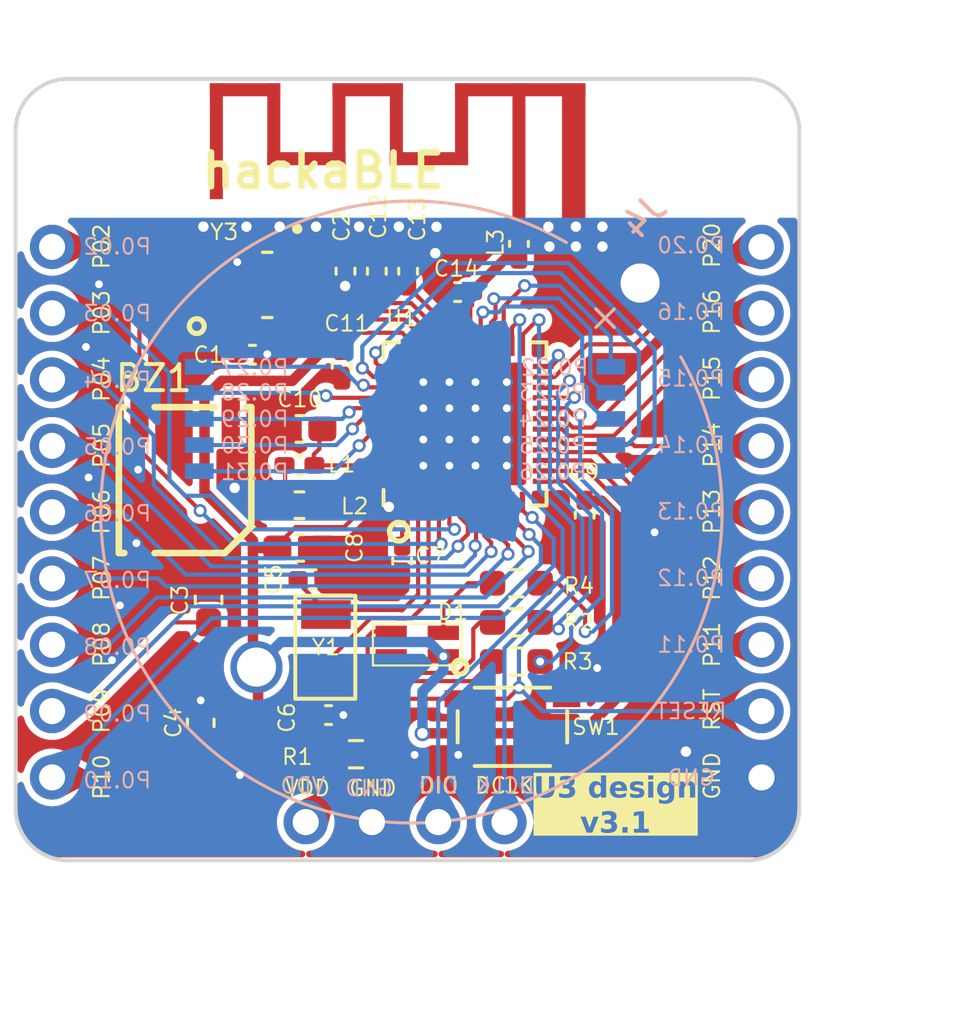
<source format=kicad_pcb>
(kicad_pcb (version 20241229) (generator "pcbnew") (generator_version "9.0")
  (title_block (title "U3's developing board for nrf52832") (date "2025-08-09") (rev "v3.1") (company "U3 Design"))
  (layers (0 "F.Cu" signal) (2 "B.Cu" signal) (13 "F.Paste" user) (15 "B.Paste" user) (5 "F.SilkS" user "F.Silkscreen") (7 "B.SilkS" user "B.Silkscreen") (1 "F.Mask" user) (3 "B.Mask" user) (25 "Edge.Cuts" user))
  (net 0 "")
  (net 1 "GND")
  (net 2 "VDD")
  (net 3 "Net-(L1-Pad1)")
  (net 4 "Net-(L3-Pad2)")
  (net 5 "/P0.09")
  (net 6 "/P0.10")
  (net 7 "/P0.08")
  (net 8 "/P0.07")
  (net 9 "/P0.06")
  (net 10 "/P0.05")
  (net 11 "/P0.04")
  (net 12 "/P0.03")
  (net 13 "/P0.02")
  (net 14 "/P0.20")
  (net 15 "/P0.16")
  (net 16 "/P0.15")
  (net 17 "/P0.14")
  (net 18 "/P0.13")
  (net 19 "/P0.12")
  (net 20 "/P0.11")
  (net 21 "/RESET")
  (net 22 "/P0.24")
  (net 23 "/P0.25")
  (net 24 "/P0.26")
  (net 25 "/P0.23")
  (net 26 "/P0.22")
  (net 27 "/P0.29")
  (net 28 "/P0.30")
  (net 29 "/P0.31")
  (net 30 "/P0.28")
  (net 31 "/P0.27")
  (net 32 "/SWDCLK")
  (net 33 "/SWDIO")
  (net 34 "/BLUE")
  (net 35 "/GREEN")
  (net 36 "/RED")
  (net 37 "Net-(U1-XC2)")
  (net 38 "Net-(U1-XC1)")
  (net 39 "Net-(U1-P0.00{slash}XL1)")
  (net 40 "Net-(U1-P0.01{slash}XL2)")
  (net 41 "Net-(U1-DEC1)")
  (net 42 "Net-(U1-DEC4)")
  (net 43 "Net-(U1-DEC3)")
  (net 44 "Net-(U1-DEC2)")
  (net 45 "Net-(U1-ANT)")
  (net 46 "Net-(D1-BK)")
  (net 47 "Net-(D1-RK)")
  (net 48 "Net-(D1-GK)")
  (net 49 "Net-(U1-DCC)")
  (footprint "Capacitor_SMD:C_0603_1608Metric_Pad1.08x0.95mm_HandSolder" (layer "F.Cu") (at 168.6 123.3875 90)
    (property "Reference" "C3")
    (property "Value" "TBD")
  )
  (footprint "Capacitor_SMD:C_0603_1608Metric_Pad1.08x0.95mm_HandSolder" (layer "F.Cu") (at 168.3 128.1 -90)
    (property "Reference" "C4")
    (property "Value" "TBD")
  )
  (footprint "Capacitor_SMD:C_0402_1005Metric_Pad0.74x0.62mm_HandSolder" (layer "F.Cu") (at 172.6 122.6)
    (property "Reference" "C5")
    (property "Value" "12pF")
  )
  (footprint "Capacitor_SMD:C_0402_1005Metric_Pad0.74x0.62mm_HandSolder" (layer "F.Cu") (at 173.2 127.8)
    (property "Reference" "C6")
    (property "Value" "12pF")
  )
  (footprint "Capacitor_SMD:C_0402_1005Metric_Pad0.74x0.62mm_HandSolder" (layer "F.Cu") (at 176.022 121.9 -90)
    (property "Reference" "C7")
    (property "Value" "0.1uF")
  )
  (footprint "Capacitor_SMD:C_0603_1608Metric_Pad1.08x0.95mm_HandSolder" (layer "F.Cu") (at 172.1 121.4 180)
    (property "Reference" "C8")
    (property "Value" "4.7uF")
  )
  (footprint "Capacitor_SMD:C_0402_1005Metric_Pad0.74x0.62mm_HandSolder" (layer "F.Cu") (at 183.019 120.142 90)
    (property "Reference" "C9")
    (property "Value" "0.1uF")
  )
  (footprint "Capacitor_SMD:C_0603_1608Metric_Pad1.08x0.95mm_HandSolder" (layer "F.Cu") (at 172.1 116.84)
    (property "Reference" "C10")
    (property "Value" "1uF")
  )
  (footprint "Capacitor_SMD:C_0402_1005Metric_Pad0.74x0.62mm_HandSolder" (layer "F.Cu") (at 173.7 114.4 90)
    (property "Reference" "C11")
    (property "Value" "0.1uF")
  )
  (footprint "Capacitor_SMD:C_0402_1005Metric_Pad0.74x0.62mm_HandSolder" (layer "F.Cu") (at 175.05 110.8 -90)
    (property "Reference" "C12")
    (property "Value" "100pF")
  )
  (footprint "Capacitor_SMD:C_0402_1005Metric_Pad0.74x0.62mm_HandSolder" (layer "F.Cu") (at 176.25 110.8 -90)
    (property "Reference" "C13")
    (property "Value" "NC")
  )
  (footprint "hackaBLE:RGB_LED" (layer "F.Cu") (at 176.6 125.1 180)
    (property "Reference" "D1")
    (property "Value" "LED_ARGB")
  )
  (footprint "hackaBLE:Pin_Header_Straight_1x04_Pitch2.54" (layer "F.Cu") (at 179.944 131.9 -90)
    (property "Reference" "J7" (hide yes))
    (property "Value" "SWD")
  )
  (footprint "Inductor_SMD:L_0402_1005Metric_Pad0.77x0.64mm_HandSolder" (layer "F.Cu") (at 172.085 118.237)
    (property "Reference" "L1")
    (property "Value" "15nH")
  )
  (footprint "Inductor_SMD:L_0603_1608Metric_Pad1.05x0.95mm_HandSolder" (layer "F.Cu") (at 172.085 119.761 180)
    (property "Reference" "L2")
    (property "Value" "10uH")
  )
  (footprint "Resistor_SMD:R_0603_1608Metric_Pad0.98x0.95mm_HandSolder" (layer "F.Cu") (at 174.25 129.3)
    (property "Reference" "R1")
    (property "Value" "10K")
  )
  (footprint "Resistor_SMD:R_0603_1608Metric_Pad0.98x0.95mm_HandSolder" (layer "F.Cu") (at 180.400008 124.25)
    (property "Reference" "R2")
    (property "Value" "100R")
  )
  (footprint "Resistor_SMD:R_0603_1608Metric_Pad0.98x0.95mm_HandSolder" (layer "F.Cu") (at 180.4 125.75)
    (property "Reference" "R3")
    (property "Value" "100R")
  )
  (footprint "Resistor_SMD:R_0603_1608Metric_Pad0.98x0.95mm_HandSolder" (layer "F.Cu") (at 180.4 122.75)
    (property "Reference" "R4")
    (property "Value" "200R")
  )
  (footprint "hackaBLE:ABS07_crystal" (layer "F.Cu") (at 173.1 125.2 -90)
    (property "Reference" "Y1")
    (property "Value" "32.768KHz" (hide yes))
  )
  (footprint "hackaBLE:Antenna-2.45GHZ_mirror" (layer "F.Cu") (at 170.213 106.3)
    (property "Reference" "U3" (hide yes))
    (property "Value" "RF_Antenna")
  )
  (footprint "Inductor_SMD:L_0402_1005Metric_Pad0.77x0.64mm_HandSolder" (layer "F.Cu") (at 180.5 109.75 90)
    (property "Reference" "L3")
    (property "Value" "3.9uH")
  )
  (footprint "Capacitor_SMD:C_0402_1005Metric_Pad0.74x0.62mm_HandSolder" (layer "F.Cu") (at 178.151 111.598)
    (property "Reference" "C14")
    (property "Value" "0.8pF")
  )
  (footprint "hackaBLE:PinHeaderStraight1x09_Pitch2.54mm" (layer "F.Cu") (at 162.6 130.188 180)
    (property "Reference" "J1" (hide yes))
    (property "Value" "GPIO")
  )
  (footprint "hackaBLE:PinHeaderStraight1x09_Pitch2.54mm" (layer "F.Cu") (at 189.8 109.868)
    (property "Reference" "J2" (hide yes))
    (property "Value" "GPIO")
  )
  (footprint "Capacitor_SMD:C_0402_1005Metric_Pad0.74x0.62mm_HandSolder" (layer "F.Cu") (at 170.283 113.998)
    (property "Reference" "C1")
    (property "Value" "12pF")
  )
  (footprint "Capacitor_SMD:C_0402_1005Metric_Pad0.74x0.62mm_HandSolder" (layer "F.Cu") (at 173.85 110.8 -90)
    (property "Reference" "C2")
    (property "Value" "12pF")
  )
  (footprint "hackaBLE:nRF52832" (layer "F.Cu") (at 178.433 116.648 90)
    (property "Reference" "U1")
    (property "Value" "nrf52832")
  )
  (footprint "hackaBLE:PTS810_Switch" (layer "F.Cu") (at 180.25 128.25)
    (property "Reference" "SW1")
    (property "Value" "SW_Push")
  )
  (footprint "Buzzer:BUZ-SMD_L5.0-W5.5-P4.60" (layer "F.Cu") (at 167.7 118.8 -90)
    (property "Reference" "BZ1")
    (property "Value" "Buzzer")
  )
  (footprint "crystal:XTAL_ABM8-32.000MHZ-B2-T3" (layer "F.Cu") (at 170.85 111.325 -90)
    (property "Reference" "Y3")
    (property "Value" "ABM8-32.000MHZ-B2-T3")
  )
  (footprint "hackaBLE:5pin_header" (layer "B.Cu") (at 184.023 116.459)
    (property "Reference" "J3" (hide yes))
    (property "Value" "GPIO")
  )
  (footprint "hackaBLE:5pin_header" (layer "B.Cu") (at 168.245 116.459)
    (property "Reference" "J5" (hide yes))
    (property "Value" "GPIO")
  )
  (footprint "Battery:BatteryHolder_MYOUNG_BS-07-A1BJ001_CR2032" (layer "B.Cu") (at 185.145196 111.254805 -135)
    (property "Reference" "J4")
    (property "Value" "Battery_CR2032")
  )
  (gr_circle (center 168.148 112.903) (end 168.275 113.157) (stroke (width 0.2)) (fill no) (layer "F.SilkS"))
  (gr_circle (center 175.895 120.777) (end 176.149 121.031) (stroke (width 0.2)) (fill no) (layer "F.SilkS"))
  (gr_circle (center 178.24196 125.96114) (end 178.35626 126.20498) (stroke (width 0.2)) (fill no) (layer "F.SilkS"))
  (gr_line (start 189.25 103.436) (end 163.2 103.436) (stroke (width 0.15)) (layer "Edge.Cuts"))
  (gr_arc (start 189.25 103.436) (mid 190.664214 104.021786) (end 191.25 105.436) (stroke (width 0.15)) (layer "Edge.Cuts"))
  (gr_line (start 163.2 133.364) (end 189.25 133.364) (stroke (width 0.15)) (layer "Edge.Cuts"))
  (gr_line (start 191.25 131.364) (end 191.25 105.436) (stroke (width 0.15)) (layer "Edge.Cuts"))
  (gr_arc (start 161.2 105.436) (mid 161.785786 104.021786) (end 163.2 103.436) (stroke (width 0.15)) (layer "Edge.Cuts"))
  (gr_arc (start 191.25 131.364) (mid 190.664214 132.778214) (end 189.25 133.364) (stroke (width 0.15)) (layer "Edge.Cuts"))
  (gr_line (start 161.2 105.436) (end 161.2 131.364) (stroke (width 0.15)) (layer "Edge.Cuts"))
  (gr_arc (start 163.2 133.364) (mid 161.785786 132.778214) (end 161.2 131.364) (stroke (width 0.15)) (layer "Edge.Cuts"))
  (gr_text "GND" (at 174.9 130.6 0) (layer "F.SilkS") (effects (font (size 0.6 0.6) (thickness 0.08))))
  (gr_text "DIO" (at 177.419 130.5 0) (layer "F.SilkS") (effects (font (size 0.6 0.6) (thickness 0.08))))
  (gr_text "DCLK" (at 179.959 130.5 0) (layer "F.SilkS") (effects (font (size 0.6 0.6) (thickness 0.08))))
  (gr_text "P09" (at 164.5 127.635 90) (layer "F.SilkS") (effects (font (size 0.6 0.6) (thickness 0.08))))
  (gr_text "P08" (at 164.5 125.095 90) (layer "F.SilkS") (effects (font (size 0.6 0.6) (thickness 0.08))))
  (gr_text "P07" (at 164.5 122.555 90) (layer "F.SilkS") (effects (font (size 0.6 0.6) (thickness 0.08))))
  (gr_text "P06" (at 164.5 120.015 90) (layer "F.SilkS") (effects (font (size 0.6 0.6) (thickness 0.08))))
  (gr_text "P05" (at 164.5 117.475 90) (layer "F.SilkS") (effects (font (size 0.6 0.6) (thickness 0.08))))
  (gr_text "P04" (at 164.5 114.935 90) (layer "F.SilkS") (effects (font (size 0.6 0.6) (thickness 0.08))))
  (gr_text "P03" (at 164.5 112.395 90) (layer "F.SilkS") (effects (font (size 0.6 0.6) (thickness 0.08))))
  (gr_text "P02" (at 164.5 109.855 90) (layer "F.SilkS") (effects (font (size 0.6 0.6) (thickness 0.08))))
  (gr_text "GND" (at 187.9 130.128885 90) (layer "F.SilkS") (effects (font (size 0.6 0.6) (thickness 0.08))))
  (gr_text "RST" (at 187.9 127.594242 90) (layer "F.SilkS") (effects (font (size 0.6 0.6) (thickness 0.08))))
  (gr_text "P11" (at 187.9 125.102457 90) (layer "F.SilkS") (effects (font (size 0.6 0.6) (thickness 0.08))))
  (gr_text "P12" (at 187.9 122.553528 90) (layer "F.SilkS") (effects (font (size 0.6 0.6) (thickness 0.08))))
  (gr_text "P13" (at 187.9 120.0046 90) (layer "F.SilkS") (effects (font (size 0.6 0.6) (thickness 0.08))))
  (gr_text "P14" (at 187.9 117.455671 90) (layer "F.SilkS") (effects (font (size 0.6 0.6) (thickness 0.08))))
  (gr_text "P15" (at 187.9 114.906742 90) (layer "F.SilkS") (effects (font (size 0.6 0.6) (thickness 0.08))))
  (gr_text "P16" (at 187.9 112.357814 90) (layer "F.SilkS") (effects (font (size 0.6 0.6) (thickness 0.08))))
  (gr_text "P20" (at 187.9 109.808885 90) (layer "F.SilkS") (effects (font (size 0.6 0.6) (thickness 0.08))))
  (gr_text "VDD" (at 172.4 130.6 0) (layer "F.SilkS") (effects (font (size 0.6 0.6) (thickness 0.08))))
  (gr_text "U3 design\nv3.1" (at 184.2 131.3 0) (layer "F.SilkS" knockout) (effects (font (size 0.8 0.8) (thickness 0.2) (bold yes))))
  (gr_text "P10" (at 164.5 130.175 90) (layer "F.SilkS") (effects (font (size 0.6 0.6) (thickness 0.08))))
  (gr_text "hackaBLE" (at 172.9994 106.9594 0) (layer "F.SilkS") (effects (font (size 1.3 1.3) (thickness 0.25))))
  (gr_text "GND" (at 187.1 130.2 0) (layer "B.SilkS") (effects (font (size 0.6 0.6) (thickness 0.08)) (justify mirror)))
  (gr_text "RESET" (at 187.1 127.651111 0) (layer "B.SilkS") (effects (font (size 0.6 0.6) (thickness 0.08)) (justify mirror)))
  (gr_text "P0.11" (at 187.1 125.102221 0) (layer "B.SilkS") (effects (font (size 0.6 0.6) (thickness 0.08)) (justify mirror)))
  (gr_text "P0.12" (at 187.1 122.553332 0) (layer "B.SilkS") (effects (font (size 0.6 0.6) (thickness 0.08)) (justify mirror)))
  (gr_text "P0.13" (at 187.1 120.004443 0) (layer "B.SilkS") (effects (font (size 0.6 0.6) (thickness 0.08)) (justify mirror)))
  (gr_text "P0.14\n" (at 187.1 117.455553 0) (layer "B.SilkS") (effects (font (size 0.6 0.6) (thickness 0.08)) (justify mirror)))
  (gr_text "P0.15\n" (at 187.1 114.906664 0) (layer "B.SilkS") (effects (font (size 0.6 0.6) (thickness 0.08)) (justify mirror)))
  (gr_text "P0.16" (at 187.1 112.357774 0) (layer "B.SilkS") (effects (font (size 0.6 0.6) (thickness 0.08)) (justify mirror)))
  (gr_text "P0.20" (at 187.1 109.808885 0) (layer "B.SilkS") (effects (font (size 0.6 0.6) (thickness 0.08)) (justify mirror)))
  (gr_text "P0.10" (at 165.1 130.302 0) (layer "B.SilkS") (effects (font (size 0.6 0.6) (thickness 0.08)) (justify mirror)))
  (gr_text "P0.09" (at 165.1 127.746125 0) (layer "B.SilkS") (effects (font (size 0.6 0.6) (thickness 0.08)) (justify mirror)))
  (gr_text "P0.08" (at 165.1 125.19025 0) (layer "B.SilkS") (effects (font (size 0.6 0.6) (thickness 0.08)) (justify mirror)))
  (gr_text "P0.07" (at 165.1 122.634375 0) (layer "B.SilkS") (effects (font (size 0.6 0.6) (thickness 0.08)) (justify mirror)))
  (gr_text "P0.06" (at 165.1 120.0785 0) (layer "B.SilkS") (effects (font (size 0.6 0.6) (thickness 0.08)) (justify mirror)))
  (gr_text "P0.05" (at 165.1 117.522625 0) (layer "B.SilkS") (effects (font (size 0.6 0.6) (thickness 0.08)) (justify mirror)))
  (gr_text "P0.04" (at 165.1 114.96675 0) (layer "B.SilkS") (effects (font (size 0.6 0.6) (thickness 0.08)) (justify mirror)))
  (gr_text "P0.03" (at 165.1 112.410875 0) (layer "B.SilkS") (effects (font (size 0.6 0.6) (thickness 0.08)) (justify mirror)))
  (gr_text "P0.02" (at 165.1 109.855 0) (layer "B.SilkS") (effects (font (size 0.6 0.6) (thickness 0.08)) (justify mirror)))
  (gr_text "P0.27" (at 170.3705 114.4905 0) (layer "B.SilkS") (effects (font (size 0.6 0.6) (thickness 0.08)) (justify mirror)))
  (gr_text "P0.28" (at 170.3705 115.443 0) (layer "B.SilkS") (effects (font (size 0.6 0.6) (thickness 0.08)) (justify mirror)))
  (gr_text "P0.29" (at 170.3705 116.459 0) (layer "B.SilkS") (effects (font (size 0.6 0.6) (thickness 0.08)) (justify mirror)))
  (gr_text "P0.30" (at 170.3705 117.475 0) (layer "B.SilkS") (effects (font (size 0.6 0.6) (thickness 0.08)) (justify mirror)))
  (gr_text "P0.31" (at 170.3705 118.491 0) (layer "B.SilkS") (effects (font (size 0.6 0.6) (thickness 0.08)) (justify mirror)))
  (gr_text "P0.26" (at 181.8005 118.491 0) (layer "B.SilkS") (effects (font (size 0.6 0.6) (thickness 0.08)) (justify mirror)))
  (gr_text "P0.25" (at 181.8005 117.475 0) (layer "B.SilkS") (effects (font (size 0.6 0.6) (thickness 0.08)) (justify mirror)))
  (gr_text "P0.24" (at 181.8005 116.459 0) (layer "B.SilkS") (effects (font (size 0.6 0.6) (thickness 0.08)) (justify mirror)))
  (gr_text "P0.23" (at 181.8005 115.443 0) (layer "B.SilkS") (effects (font (size 0.6 0.6) (thickness 0.08)) (justify mirror)))
  (gr_text "P0.22" (at 181.864 114.4905 0) (layer "B.SilkS") (effects (font (size 0.6 0.6) (thickness 0.08)) (justify mirror)))
  (gr_text "VDD" (at 172.212 130.5 0) (layer "B.SilkS") (effects (font (size 0.6 0.6) (thickness 0.08)) (justify mirror)))
  (gr_text "GND" (at 174.752 130.6 0) (layer "B.SilkS") (effects (font (size 0.6 0.6) (thickness 0.08)) (justify mirror)))
  (gr_text "DIO" (at 177.419 130.5 0) (layer "B.SilkS") (effects (font (size 0.6 0.6) (thickness 0.08)) (justify mirror)))
  (gr_text "DCLK" (at 179.959 130.5 0) (layer "B.SilkS") (effects (font (size 0.6 0.6) (thickness 0.08)) (justify mirror)))
  (segment (start 175.433 117.648) (end 176.022 117.648) (width 0.16) (layer "F.Cu") (net 1))
  (segment (start 176.833 118.248) (end 176.233 117.648) (width 0.16) (layer "F.Cu") (net 1))
  (segment (start 176.022 122.4675) (end 175.6675 122.4675) (width 0.16) (layer "F.Cu") (net 1))
  (segment (start 178.233 113.648) (end 178.233 112.733) (width 0.16) (layer "F.Cu") (net 1))
  (segment (start 173.837 111.3675) (end 173.837 111.405) (width 0.4) (layer "F.Cu") (net 1))
  (segment (start 169.6 119.1) (end 169.6 118.59) (width 0.4) (layer "F.Cu") (net 1))
  (segment (start 178.233 113.648) (end 178.233 114.367) (width 0.16) (layer "F.Cu") (net 1))
  (segment (start 175.433 117.648) (end 177.433 117.648) (width 0.16) (layer "F.Cu") (net 1))
  (segment (start 173.042 112.2) (end 172 112.2) (width 0.4) (layer "F.Cu") (net 1))
  (segment (start 176.25 110.25) (end 176.25 110.186) (width 0.4) (layer "F.Cu") (net 1))
  (segment (start 173.837 111.405) (end 173.042 112.2) (width 0.4) (layer "F.Cu") (net 1))
  (segment (start 174.864 131.636) (end 174.864 131.9) (width 0.4) (layer "F.Cu") (net 1))
  (segment (start 177.433 117.648) (end 178.433 116.648) (width 0.16) (layer "F.Cu") (net 1))
  (segment (start 176.233 117.648) (end 176.022 117.648) (width 0.16) (layer "F.Cu") (net 1))
  (segment (start 175.6675 122.4675) (end 175.4 122.2) (width 0.16) (layer "F.Cu") (net 1))
  (segment (start 169.6 118.59) (end 171.35 116.84) (width 0.4) (layer "F.Cu") (net 1))
  (segment (start 170.8505 113.975) (end 170.8505 113.998) (width 0.16) (layer "F.Cu") (net 1))
  (segment (start 175.4 119.9385) (end 175.514 119.8245) (width 0.16) (layer "F.Cu") (net 1))
  (segment (start 178.233 112.733) (end 177.5835 112.0835) (width 0.16) (layer "F.Cu") (net 1))
  (segment (start 175.4 122.2) (end 175.4 119.9385) (width 0.16) (layer "F.Cu") (net 1))
  (segment (start 176.25 110.186) (end 177.338 109.098) (width 0.4) (layer "F.Cu") (net 1))
  (segment (start 176.5 129.325) (end 178.175 129.325) (width 0.4) (layer "F.Cu") (net 1))
  (segment (start 177.5835 112.0835) (end 177.5835 111.598) (width 0.16) (layer "F.Cu") (net 1))
  (via (at 172.72 109.093) (size 0.6) (drill 0.4) (layers "F.Cu" "B.Cu") (net 1))
  (via (at 169.7 110.45) (size 0.5) (drill 0.3) (layers "F.Cu" "B.Cu") (net 1))
  (via (at 173.7675 127.8) (size 0.5) (drill 0.3) (layers "F.Cu" "B.Cu") (net 1))
  (via (at 173.837 111.3675) (size 0.6) (drill 0.4) (layers "F.Cu" "B.Cu") (net 1))
  (via (at 178.175 129.325) (size 0.5) (drill 0.3) (layers "F.Cu" "B.Cu") (net 1))
  (via (at 171.323 109.093) (size 0.6) (drill 0.4) (layers "F.Cu" "B.Cu") (net 1))
  (via (at 183.7 109.855) (size 0.6) (drill 0.4) (layers "F.Cu" "B.Cu") (net 1))
  (via (at 163.9 113.7) (size 0.5) (drill 0.3) (layers "F.Cu" "B.Cu") (net 1))
  (via (at 181.668 109.855) (size 0.6) (drill 0.4) (layers "F.Cu" "B.Cu") (net 1))
  (via (at 183.7 109.093) (size 0.6) (drill 0.4) (layers "F.Cu" "B.Cu") (net 1))
  (via (at 168.3 127.2375) (size 0.5) (drill 0.3) (layers "F.Cu" "B.Cu") (net 1))
  (via (at 176.5 129.325) (size 0.5) (drill 0.3) (layers "F.Cu" "B.Cu") (net 1))
  (via (at 170.8505 113.975) (size 0.5) (drill 0.3) (layers "F.Cu" "B.Cu") (net 1))
  (via (at 164.4 111.3) (size 0.5) (drill 0.3) (layers "F.Cu" "B.Cu") (net 1))
  (via (at 174.371 109.093) (size 0.6) (drill 0.4) (layers "F.Cu" "B.Cu") (net 1))
  (via (at 165.9 118.4) (size 0.5) (drill 0.3) (layers "F.Cu" "B.Cu") (net 1))
  (via (at 177.292 110.109) (size 0.6) (drill 0.4) (layers "F.Cu" "B.Cu") (net 1))
  (via (at 175.514 119.8245) (size 0.6) (drill 0.4) (layers "F.Cu" "B.Cu") (net 1))
  (via (at 181.63 109.099) (size 0.6) (drill 0.4) (layers "F.Cu" "B.Cu") (net 1))
  (via (at 175.895 109.093) (size 0.6) (drill 0.4) (layers "F.Cu" "B.Cu") (net 1))
  (via (at 165.83276 121.21724) (size 0.5) (drill 0.3) (layers "F.Cu" "B.Cu") (net 1))
  (via (at 170.053 109.093) (size 0.6) (drill 0.4) (layers "F.Cu" "B.Cu") (net 1))
  (via (at 168.402 109.093) (size 0.6) (drill 0.4) (layers "F.Cu" "B.Cu") (net 1))
  (via (at 182.684 109.855) (size 0.6) (drill 0.4) (layers "F.Cu" "B.Cu") (net 1))
  (via (at 165.2 123.6) (size 0.5) (drill 0.3) (layers "F.Cu" "B.Cu") (net 1))
  (via (at 169.8 130.1) (size 0.5) (drill 0.3) (layers "F.Cu" "B.Cu") (net 1))
  (via (at 182.684 109.093) (size 0.6) (drill 0.4) (layers "F.Cu" "B.Cu") (net 1))
  (via (at 177.338 109.098) (size 0.6) (drill 0.4) (layers "F.Cu" "B.Cu") (net 1))
  (via (at 185.7 120.8) (size 0.5) (drill 0.3) (layers "F.Cu" "B.Cu") (net 1))
  (via (at 183.5 126) (size 0.5) (drill 0.3) (layers "F.Cu" "B.Cu") (net 1))
  (via (at 169.6 119.1) (size 0.6) (drill 0.4) (layers "F.Cu" "B.Cu") (net 1))
  (via (at 186.9 129.2) (size 0.6) (drill 0.4) (layers "F.Cu" "B.Cu") (net 1))
  (via (at 164 118.7) (size 0.5) (drill 0.3) (layers "F.Cu" "B.Cu") (net 1))
  (via (at 164.9 125.7) (size 0.5) (drill 0.3) (layers "F.Cu" "B.Cu") (net 1))
  (segment (start 171.323 109.093) (end 170.053 109.093) (width 0.4) (layer "B.Cu") (net 1))
  (segment (start 169.8 130.1) (end 170.6 129.3) (width 0.4) (layer "B.Cu") (net 1))
  (segment (start 183.7 109.093) (end 182.684 109.093) (width 0.4) (layer "B.Cu") (net 1))
  (segment (start 172.72 109.093) (end 171.323 109.093) (width 0.4) (layer "B.Cu") (net 1))
  (segment (start 182.684 109.855) (end 183.7 109.855) (width 0.4) (layer "B.Cu") (net 1))
  (segment (start 177.338 109.098) (end 175.9 109.098) (width 0.4) (layer "B.Cu") (net 1))
  (segment (start 176.475 129.3) (end 176.5 129.325) (width 0.4) (layer "B.Cu") (net 1))
  (segment (start 181.63 109.099) (end 181.63 109.817) (width 0.4) (layer "B.Cu") (net 1))
  (segment (start 183.7 109.093) (end 183.7 109.855) (width 0.4) (layer "B.Cu") (net 1))
  (segment (start 181.63 109.099) (end 182.678 109.099) (width 0.4) (layer "B.Cu") (net 1))
  (segment (start 175.9 109.098) (end 175.895 109.093) (width 0.4) (layer "B.Cu") (net 1))
  (segment (start 177.338 110.063) (end 177.292 110.109) (width 0.4) (layer "B.Cu") (net 1))
  (segment (start 177.338 109.098) (end 177.338 110.063) (width 0.4) (layer "B.Cu") (net 1))
  (segment (start 175.895 109.093) (end 174.371 109.093) (width 0.4) (layer "B.Cu") (net 1))
  (segment (start 170.053 109.093) (end 168.402 109.093) (width 0.4) (layer "B.Cu") (net 1))
  (segment (start 181.668 109.855) (end 182.684 109.855) (width 0.4) (layer "B.Cu") (net 1))
  (segment (start 174.371 109.093) (end 172.72 109.093) (width 0.4) (layer "B.Cu") (net 1))
  (segment (start 170.6 129.3) (end 176.475 129.3) (width 0.4) (layer "B.Cu") (net 1))
  (segment (start 182.678 109.099) (end 182.684 109.093) (width 0.4) (layer "B.Cu") (net 1))
  (segment (start 181.63 109.817) (end 181.668 109.855) (width 0.4) (layer "B.Cu") (net 1))
  (segment (start 173.1375 129.5) (end 173.3375 129.3) (width 0.4) (layer "F.Cu") (net 2))
  (segment (start 175.433 118.848) (end 175.03 118.848) (width 0.16) (layer "F.Cu") (net 2))
  (segment (start 174.5 119.9) (end 173.8 120.6) (width 0.16) (layer "F.Cu") (net 2))
  (segment (start 170.3 125.825251) (end 170.437375 125.962626) (width 0.4) (layer "F.Cu") (net 2))
  (segment (start 173.3375 129.3) (end 173.3375 130.8865) (width 0.4) (layer "F.Cu") (net 2))
  (segment (start 173.3375 130.8865) (end 172.324 131.9) (width 0.4) (layer "F.Cu") (net 2))
  (segment (start 170.3 121.4) (end 171.2375 121.4) (width 0.4) (layer "F.Cu") (net 2))
  (segment (start 176.233 113.648) (end 176.233 113.368) (width 0.16) (layer "F.Cu") (net 2))
  (segment (start 171.2375 121.3) (end 171.2375 121.4) (width 0.16) (layer "F.Cu") (net 2))
  (segment (start 184.277 120.2) (end 183.669 119.592) (width 0.4) (layer "F.Cu") (net 2))
  (segment (start 183.019 119.592) (end 183.019 119.542) (width 0.4) (layer "F.Cu") (net 2))
  (segment (start 184.277 127.127) (end 184.277 120.2) (width 0.4) (layer "F.Cu") (net 2))
  (segment (start 183.019 119.542) (end 183.019 119.5745) (width 0.16) (layer "F.Cu") (net 2))
  (segment (start 174.903 118.848) (end 174.5 119.251) (width 0.16) (layer "F.Cu") (net 2))
  (segment (start 173.7 113.8325) (end 172.975511 113.8325) (width 0.4) (layer "F.Cu") (net 2))
  (segment (start 181.433 118.848) (end 182.325 118.848) (width 0.16) (layer "F.Cu") (net 2))
  (segment (start 170.5 126.025251) (end 170.5 128.75) (width 0.4) (layer "F.Cu") (net 2))
  (segment (start 182.325 118.848) (end 183.019 119.542) (width 0.16) (layer "F.Cu") (net 2))
  (segment (start 176.233 113.368) (end 176.022 113.157) (width 0.16) (layer "F.Cu") (net 2))
  (segment (start 173.8 120.6) (end 171.9375 120.6) (width 0.16) (layer "F.Cu") (net 2))
  (segment (start 171.9375 120.6) (end 171.2375 121.3) (width 0.16) (layer "F.Cu") (net 2))
  (segment (start 183.669 119.592) (end 183.019 119.592) (width 0.4) (layer "F.Cu") (net 2))
  (segment (start 182.904 128.5) (end 184.277 127.127) (width 0.4) (layer "F.Cu") (net 2))
  (segment (start 169.1 115) (end 168.445469 115.654531) (width 0.4) (layer "F.Cu") (net 2))
  (segment (start 170.5 128.75) (end 171.25 129.5) (width 0.4) (layer "F.Cu") (net 2))
  (segment (start 174.5 119.251) (end 174.5 119.9) (width 0.16) (layer "F.Cu") (net 2))
  (segment (start 170.3 121.1115) (end 170.3 125.825251) (width 0.4) (layer "F.Cu") (net 2))
  (segment (start 170.437375 125.962626) (end 170.5 126.025251) (width 0.4) (layer "F.Cu") (net 2))
  (segment (start 176.8 128.5) (end 182.904 128.5) (width 0.4) (layer "F.Cu") (net 2))
  (segment (start 171.25 129.5) (end 173.1375 129.5) (width 0.4) (layer "F.Cu") (net 2))
  (segment (start 170.5 125.900001) (end 170.437375 125.962626) (width 0.4) (layer "F.Cu") (net 2))
  (segment (start 175.433 118.848) (end 174.903 118.848) (width 0.16) (layer "F.Cu") (net 2))
  (segment (start 168.445469 119.256969) (end 170.3 121.1115) (width 0.4) (layer "F.Cu") (net 2))
  (segment (start 172.975511 113.8325) (end 171.808011 115) (width 0.4) (layer "F.Cu") (net 2))
  (segment (start 168.445469 115.654531) (end 168.445469 119.256969) (width 0.4) (layer "F.Cu") (net 2))
  (segment (start 176.022 113.157) (end 174.3755 113.157) (width 0.16) (layer "F.Cu") (net 2))
  (segment (start 171.808011 115) (end 169.1 115) (width 0.4) (layer "F.Cu") (net 2))
  (segment (start 174.3755 113.157) (end 173.7 113.8325) (width 0.16) (layer "F.Cu") (net 2))
  (via (at 176.8 128.5) (size 0.6) (drill 0.4) (layers "F.Cu" "B.Cu") (net 2))
  (via (at 177.6 125.55) (size 0.5) (drill 0.3) (layers "F.Cu" "B.Cu") (net 2))
  (segment (start 177.6 125.55) (end 177.55 125.5) (width 0.4) (layer "B.Cu") (net 2))
  (segment (start 177.6 126.1) (end 177.6 125.55) (width 0.4) (layer "B.Cu") (net 2))
  (segment (start 176.8 128.5) (end 176.8 126.9) (width 0.4) (layer "B.Cu") (net 2))
  (segment (start 170.437375 125.940625) (end 171.378 125) (width 0.4) (layer "B.Cu") (net 2))
  (segment (start 171.378 125) (end 177.05 125) (width 0.4) (layer "B.Cu") (net 2))
  (segment (start 177.05 125) (end 177.6 125.55) (width 0.4) (layer "B.Cu") (net 2))
  (segment (start 170.437375 125.962626) (end 170.437375 125.940625) (width 0.4) (layer "B.Cu") (net 2))
  (segment (start 176.8 126.9) (end 177.6 126.1) (width 0.4) (layer "B.Cu") (net 2))
  (segment (start 171.38396 119.761) (end 171.38396 119.00156) (width 0.16) (layer "F.Cu") (net 3))
  (segment (start 171.535 118.237) (end 171.535 118.872) (width 0.16) (layer "F.Cu") (net 3))
  (segment (start 171.51352 118.872) (end 171.535 118.872) (width 0.16) (layer "F.Cu") (net 3))
  (segment (start 171.38396 119.00156) (end 171.51352 118.872) (width 0.16) (layer "F.Cu") (net 3))
  (segment (start 180.233 119.648) (end 180.233 120.225066) (width 0.16) (layer "F.Cu") (net 5))
  (segment (start 163.852 127.648) (end 162.6 127.648) (width 0.16) (layer "F.Cu") (net 5))
  (segment (start 180.639591 120.631657) (end 180.88959 120.881656) (width 0.16) (layer "F.Cu") (net 5))
  (segment (start 168.6 124.25) (end 167.25 124.25) (width 0.16) (layer "F.Cu") (net 5))
  (segment (start 180.233 120.225066) (end 180.639591 120.631657) (width 0.16) (layer "F.Cu") (net 5))
  (segment (start 167.25 124.25) (end 163.852 127.648) (width 0.16) (layer "F.Cu") (net 5))
  (via (at 180.88959 120.881656) (size 0.5) (drill 0.3) (layers "F.Cu" "B.Cu") (net 5))
  (segment (start 181.3395 122) (end 179.705 123.6345) (width 0.16) (layer "B.Cu") (net 5))
  (segment (start 181.3395 121.331566) (end 181.3395 122) (width 0.16) (layer "B.Cu") (net 5))
  (segment (start 167.8655 123.6345) (end 163.852 127.648) (width 0.16) (layer "B.Cu") (net 5))
  (segment (start 163.852 127.648) (end 162.6 127.648) (width 0.16) (layer "B.Cu") (net 5))
  (segment (start 180.88959 120.881656) (end 181.3395 121.331566) (width 0.16) (layer "B.Cu") (net 5))
  (segment (start 179.705 123.6345) (end 167.8655 123.6345) (width 0.16) (layer "B.Cu") (net 5))
  (segment (start 180.916732 120.231732) (end 181.006467 120.231732) (width 0.16) (layer "F.Cu") (net 6))
  (segment (start 180.633 119.648) (end 180.633 119.948) (width 0.16) (layer "F.Cu") (net 6))
  (segment (start 162.65 130.238) (end 162.6 130.188) (width 0.16) (layer "F.Cu") (net 6))
  (segment (start 180.633 119.948) (end 180.916732 120.231732) (width 0.16) (layer "F.Cu") (net 6))
  (segment (start 168.3 128.9625) (end 167.0745 130.188) (width 0.16) (layer "F.Cu") (net 6))
  (segment (start 167.0745 130.188) (end 162.6 130.188) (width 0.16) (layer "F.Cu") (net 6))
  (via (at 181.006467 120.231732) (size 0.5) (drill 0.3) (layers "F.Cu" "B.Cu") (net 6))
  (segment (start 181.832251 122.07875) (end 179.832 124.079001) (width 0.16) (layer "B.Cu") (net 6))
  (segment (start 181.832251 121.057516) (end 181.832251 122.07875) (width 0.16) (layer "B.Cu") (net 6))
  (segment (start 181.006467 120.231732) (end 181.832251 121.057516) (width 0.16) (layer "B.Cu") (net 6))
  (segment (start 168.720999 124.079001) (end 162.612 130.188) (width 0.16) (layer "B.Cu") (net 6))
  (segment (start 162.612 130.188) (end 162.6 130.188) (width 0.16) (layer "B.Cu") (net 6))
  (segment (start 179.832 124.079001) (end 168.720999 124.079001) (width 0.16) (layer "B.Cu") (net 6))
  (segment (start 180.605491 121.284994) (end 180.85549 121.534993) (width 0.16) (layer "F.Cu") (net 7))
  (segment (start 179.833 120.512503) (end 180.605491 121.284994) (width 0.16) (layer "F.Cu") (net 7))
  (segment (start 179.833 119.648) (end 179.833 120.512503) (width 0.16) (layer "F.Cu") (net 7))
  (via (at 180.85549 121.534993) (size 0.5) (drill 0.3) (layers "F.Cu" "B.Cu") (net 7))
  (segment (start 162.6 125.108) (end 164.792 125.108) (width 0.16) (layer "B.Cu") (net 7))
  (segment (start 166.605061 123.294939) (end 179.219061 123.294939) (width 0.16) (layer "B.Cu") (net 7))
  (segment (start 180.85549 121.65851) (end 180.85549 121.534993) (width 0.16) (layer "B.Cu") (net 7))
  (segment (start 179.219061 123.294939) (end 180.85549 121.65851) (width 0.16) (layer "B.Cu") (net 7))
  (segment (start 164.792 125.108) (end 166.605061 123.294939) (width 0.16) (layer "B.Cu") (net 7))
  (segment (start 179.482753 119.697753) (end 179.482753 120.683798) (width 0.16) (layer "F.Cu") (net 8))
  (segment (start 180.08083 121.281875) (end 180.08083 121.635428) (width 0.16) (layer "F.Cu") (net 8))
  (segment (start 179.433 119.648) (end 179.482753 119.697753) (width 0.16) (layer "F.Cu") (net 8))
  (segment (start 179.482753 120.683798) (end 180.08083 121.281875) (width 0.16) (layer "F.Cu") (net 8))
  (via (at 180.08083 121.635428) (size 0.5) (drill 0.3) (layers "F.Cu" "B.Cu") (net 8))
  (segment (start 162.6 122.568) (end 166.668 122.568) (width 0.16) (layer "B.Cu") (net 8))
  (segment (start 166.668 122.568) (end 166.9725 122.8725) (width 0.16) (layer "B.Cu") (net 8))
  (segment (start 178.843758 122.8725) (end 180.08083 121.635428) (width 0.16) (layer "B.Cu") (net 8))
  (segment (start 166.9725 122.8725) (end 178.843758 122.8725) (width 0.16) (layer "B.Cu") (net 8))
  (segment (start 179.033 119.648) (end 179.033 120.089039) (width 0.16) (layer "F.Cu") (net 9))
  (segment (start 179.168743 120.922168) (end 179.433715 121.18714) (width 0.16) (layer "F.Cu") (net 9))
  (segment (start 179.033 120.089039) (end 179.168743 120.224782) (width 0.16) (layer "F.Cu") (net 9))
  (segment (start 179.433715 121.18714) (end 179.433715 121.540693) (width 0.16) (layer "F.Cu") (net 9))
  (segment (start 179.168743 120.224782) (end 179.168743 120.922168) (width 0.16) (layer "F.Cu") (net 9))
  (via (at 179.433715 121.540693) (size 0.5) (drill 0.3) (layers "F.Cu" "B.Cu") (net 9))
  (segment (start 167.721021 122.421021) (end 178.553387 122.421021) (width 0.16) (layer "B.Cu") (net 9))
  (segment (start 165.328 120.028) (end 167.721021 122.421021) (width 0.16) (layer "B.Cu") (net 9))
  (segment (start 178.553387 122.421021) (end 179.433715 121.540693) (width 0.16) (layer "B.Cu") (net 9))
  (segment (start 162.6 120.028) (end 165.328 120.028) (width 0.16) (layer "B.Cu") (net 9))
  (segment (start 178.633 120.133117) (end 178.854732 120.354849) (width 0.16) (layer "F.Cu") (net 10))
  (segment (start 178.854732 121.281768) (end 178.818946 121.317554) (width 0.16) (layer "F.Cu") (net 10))
  (segment (start 178.854732 120.354849) (end 178.854732 121.281768) (width 0.16) (layer "F.Cu") (net 10))
  (segment (start 178.633 119.648) (end 178.633 120.133117) (width 0.16) (layer "F.Cu") (net 10))
  (via (at 178.818946 121.317554) (size 0.5) (drill 0.3) (layers "F.Cu" "B.Cu") (net 10))
  (segment (start 178.818946 121.671107) (end 178.818946 121.317554) (width 0.16) (layer "B.Cu") (net 10))
  (segment (start 164.088 117.488) (end 168.70701 122.10701) (width 0.16) (layer "B.Cu") (net 10))
  (segment (start 162.6 117.488) (end 164.088 117.488) (width 0.16) (layer "B.Cu") (net 10))
  (segment (start 168.70701 122.10701) (end 178.383043 122.10701) (width 0.16) (layer "B.Cu") (net 10))
  (segment (start 178.383043 122.10701) (end 178.818946 121.671107) (width 0.16) (layer "B.Cu") (net 10))
  (segment (start 178.233 119.648) (end 178.233 120.208) (width 0.16) (layer "F.Cu") (net 11))
  (segment (start 178.540721 120.515721) (end 178.540721 120.873637) (width 0.16) (layer "F.Cu") (net 11))
  (segment (start 178.16512 121.249238) (end 178.16512 121.333155) (width 0.16) (layer "F.Cu") (net 11))
  (segment (start 178.540721 120.873637) (end 178.16512 121.249238) (width 0.16) (layer "F.Cu") (net 11))
  (segment (start 178.233 120.208) (end 178.540721 120.515721) (width 0.16) (layer "F.Cu") (net 11))
  (via (at 178.16512 121.333155) (size 0.5) (drill 0.3) (layers "F.Cu" "B.Cu") (net 11))
  (segment (start 166.5 119.002) (end 169.291 121.793) (width 0.16) (layer "B.Cu") (net 11))
  (segment (start 177.705275 121.793) (end 178.16512 121.333155) (width 0.16) (layer "B.Cu") (net 11))
  (segment (start 164.348 114.948) (end 166.5 117.1) (width 0.16) (layer "B.Cu") (net 11))
  (segment (start 166.5 117.1) (end 166.5 119.002) (width 0.16) (layer "B.Cu") (net 11))
  (segment (start 162.6 114.948) (end 164.348 114.948) (width 0.16) (layer "B.Cu") (net 11))
  (segment (start 169.291 121.793) (end 177.705275 121.793) (width 0.16) (layer "B.Cu") (net 11))
  (segment (start 177.833 119.648) (end 177.833 120.492495) (width 0.16) (layer "F.Cu") (net 12))
  (segment (start 177.833 120.492495) (end 178.027549 120.687044) (width 0.16) (layer "F.Cu") (net 12))
  (via (at 178.027549 120.687044) (size 0.5) (drill 0.3) (layers "F.Cu" "B.Cu") (net 12))
  (segment (start 167.1 118.8) (end 167.7 119.4) (width 0.16) (layer "B.Cu") (net 12))
  (segment (start 164.792 112.408) (end 162.6 112.408) (width 0.16) (layer "B.Cu") (net 12))
  (segment (start 169.987044 120.687044) (end 178.027549 120.687044) (width 0.16) (layer "B.Cu") (net 12))
  (segment (start 164.8 112.4) (end 164.792 112.408) (width 0.16) (layer "B.Cu") (net 12))
  (segment (start 167.1 114.7) (end 164.8 112.4) (width 0.16) (layer "B.Cu") (net 12))
  (segment (start 168.7 119.4) (end 169.987044 120.687044) (width 0.16) (layer "B.Cu") (net 12))
  (segment (start 167.1 118.8) (end 167.1 114.7) (width 0.16) (layer "B.Cu") (net 12))
  (segment (start 167.7 119.4) (end 168.7 119.4) (width 0.16) (layer "B.Cu") (net 12))
  (segment (start 165.95 111.45) (end 164.368 109.868) (width 0.16) (layer "F.Cu") (net 13))
  (segment (start 165.95 116.5) (end 165.95 117.644322) (width 0.16) (layer "F.Cu") (net 13))
  (segment (start 168.275 119.969322) (end 165.95 117.644322) (width 0.16) (layer "F.Cu") (net 13))
  (segment (start 177.433 121.16148) (end 177.51701 121.24549) (width 0.16) (layer "F.Cu") (net 13))
  (segment (start 165.95 116.5) (end 165.95 111.45) (width 0.16) (layer "F.Cu") (net 13))
  (segment (start 177.433 119.648) (end 177.433 121.16148) (width 0.16) (layer "F.Cu") (net 13))
  (segment (start 164.368 109.868) (end 162.6 109.868) (width 0.16) (layer "F.Cu") (net 13))
  (via (at 177.51701 121.24549) (size 0.5) (drill 0.3) (layers "F.Cu" "B.Cu") (net 13))
  (via (at 168.275 119.969322) (size 0.5) (drill 0.3) (layers "F.Cu" "B.Cu") (net 13))
  (segment (start 168.275 119.969322) (end 169.551168 121.24549) (width 0.16) (layer "B.Cu") (net 13))
  (segment (start 169.551168 121.24549) (end 177.51701 121.24549) (width 0.16) (layer "B.Cu") (net 13))
  (segment (start 183.117676 113.6) (end 184.96176 113.6) (width 0.16) (layer "F.Cu") (net 14))
  (segment (start 188.69376 109.868) (end 189.8 109.868) (width 0.16) (layer "F.Cu") (net 14))
  (segment (start 181.869676 114.848) (end 183.117676 113.6) (width 0.16) (layer "F.Cu") (net 14))
  (segment (start 184.96176 113.6) (end 188.69376 109.868) (width 0.16) (layer "F.Cu") (net 14))
  (segment (start 181.433 114.848) (end 181.869676 114.848) (width 0.16) (layer "F.Cu") (net 14))
  (segment (start 183.311898 116.788102) (end 187.692 112.408) (width 0.16) (layer "F.Cu") (net 15))
  (segment (start 182.221798 116.448) (end 182.5619 116.788102) (width 0.16) (layer "F.Cu") (net 15))
  (segment (start 182.5619 116.788102) (end 183.311898 116.788102) (width 0.16) (layer "F.Cu") (net 15))
  (segment (start 187.692 112.408) (end 189.8 112.408) (width 0.16) (layer "F.Cu") (net 15))
  (segment (start 181.433 116.448) (end 182.221798 116.448) (width 0.16) (layer "F.Cu") (net 15))
  (segment (start 182.401194 117.102113) (end 184.139887 117.102113) (width 0.16) (layer "F.Cu") (net 16))
  (segment (start 182.147081 116.848) (end 182.401194 117.102113) (width 0.16) (layer "F.Cu") (net 16))
  (segment (start 181.433 116.848) (end 182.147081 116.848) (width 0.16) (layer "F.Cu") (net 16))
  (segment (start 184.139887 117.102113) (end 186.294 114.948) (width 0.16) (layer "F.Cu") (net 16))
  (segment (start 186.294 114.948) (end 189.8 114.948) (width 0.16) (layer "F.Cu") (net 16))
  (segment (start 184.85612 117.416122) (end 184.939998 117.5) (width 0.16) (layer "F.Cu") (net 17))
  (segment (start 182.232642 117.416122) (end 184.85612 117.416122) (width 0.16) (layer "F.Cu") (net 17))
  (segment (start 182.06452 117.248) (end 182.232642 117.416122) (width 0.16) (layer "F.Cu") (net 17))
  (segment (start 184.939998 117.5) (end 189.788 117.5) (width 0.16) (layer "F.Cu") (net 17))
  (segment (start 181.433 117.248) (end 182.06452 117.248) (width 0.16) (layer "F.Cu") (net 17))
  (segment (start 189.788 117.5) (end 189.8 117.488) (width 0.16) (layer "F.Cu") (net 17))
  (segment (start 181.433 117.648) (end 181.993 117.648) (width 0.16) (layer "F.Cu") (net 18))
  (segment (start 185.828 120.028) (end 189.8 120.028) (width 0.16) (layer "F.Cu") (net 18))
  (segment (start 181.993 117.648) (end 182.075132 117.730132) (width 0.16) (layer "F.Cu") (net 18))
  (segment (start 182.075132 117.730132) (end 183.530132 117.730132) (width 0.16) (layer "F.Cu") (net 18))
  (segment (start 183.530132 117.730132) (end 185.828 120.028) (width 0.16) (layer "F.Cu") (net 18))
  (segment (start 185.025022 121.299022) (end 186.294 122.568) (width 0.16) (layer "F.Cu") (net 19))
  (segment (start 183.248 118.048) (end 185.025022 119.825022) (width 0.16) (layer "F.Cu") (net 19))
  (segment (start 181.433 118.048) (end 183.248 118.048) (width 0.16) (layer "F.Cu") (net 19))
  (segment (start 185.025022 119.825022) (end 185.025022 121.299022) (width 0.16) (layer "F.Cu") (net 19))
  (segment (start 186.294 122.568) (end 189.8 122.568) (width 0.16) (layer "F.Cu") (net 19))
  (segment (start 181.433 118.448) (end 183.138784 118.448) (width 0.16) (layer "F.Cu") (net 20))
  (segment (start 186.294 125.108) (end 189.8 125.108) (width 0.16) (layer "F.Cu") (net 20))
  (segment (start 184.711011 120.020227) (end 184.711011 123.525011) (width 0.16) (layer "F.Cu") (net 20))
  (segment (start 183.138784 118.448) (end 184.711011 120.020227) (width 0.16) (layer "F.Cu") (net 20))
  (segment (start 184.711011 123.525011) (end 186.294 125.108) (width 0.16) (layer "F.Cu") (net 20))
  (segment (start 175.1625 128.0875) (end 176.075 127.175) (width 0.16) (layer "F.Cu") (net 21))
  (segment (start 180.075 127.175) (end 178.175 127.175) (width 0.16) (layer "F.Cu") (net 21))
  (segment (start 181.433 114.448) (end 181.733 114.448) (width 0.16) (layer "F.Cu") (net 21))
  (segment (start 175.1625 129.3) (end 175.1625 128.0875) (width 0.16) (layer "F.Cu") (net 21))
  (segment (start 180.5 126.75) (end 180.075 127.175) (width 0.16) (layer "F.Cu") (net 21))
  (segment (start 181.733 114.448) (end 182.011485 114.169515) (width 0.16) (layer "F.Cu") (net 21))
  (segment (start 176.075 127.175) (end 178.175 127.175) (width 0.16) (layer "F.Cu") (net 21))
  (segment (start 182.011485 114.169515) (end 182.011485 114.021697) (width 0.16) (layer "F.Cu") (net 21))
  (via (at 180.5 126.75) (size 0.5) (drill 0.3) (layers "F.Cu" "B.Cu") (net 21))
  (via (at 182.011485 114.021697) (size 0.5) (drill 0.3) (layers "F.Cu" "B.Cu") (net 21))
  (segment (start 180.5 125.2) (end 182.933032 122.766968) (width 0.16) (layer "B.Cu") (net 21))
  (segment (start 181.687462 114.34572) (end 182.011485 114.021697) (width 0.16) (layer "B.Cu") (net 21))
  (segment (start 180.5 126.75) (end 180.5 125.2) (width 0.16) (layer "B.Cu") (net 21))
  (segment (start 182.933032 122.766968) (end 182.933032 120.322032) (width 0.16) (layer "B.Cu") (net 21))
  (segment (start 181.687462 119.076462) (end 181.687462 114.34572) (width 0.16) (layer "B.Cu") (net 21))
  (segment (start 181.398 127.648) (end 189.8 127.648) (width 0.16) (layer "B.Cu") (net 21))
  (segment (start 182.933032 120.322032) (end 181.687462 119.076462) (width 0.16) (layer "B.Cu") (net 21))
  (segment (start 180.5 126.75) (end 181.398 127.648) (width 0.16) (layer "B.Cu") (net 21))
  (segment (start 179.033 112.451588) (end 179.11701 112.367578) (width 0.16) (layer "F.Cu") (net 22))
  (segment (start 179.033 113.648) (end 179.033 112.451588) (width 0.16) (layer "F.Cu") (net 22))
  (segment (start 179.033 113.648) (end 179.033 112.649) (width 0.16) (layer "F.Cu") (net 22))
  (segment (start 179.033 112.649) (end 179.033 112.612) (width 0.16) (layer "F.Cu") (net 22))
  (via (at 179.11701 112.367578) (size 0.5) (drill 0.3) (layers "F.Cu" "B.Cu") (net 22))
  (segment (start 179.946979 112.153021) (end 181.753021 112.153021) (width 0.16) (layer "B.Cu") (net 22))
  (segment (start 179.732422 112.367578) (end 179.946979 112.153021) (width 0.16) (layer "B.Cu") (net 22))
  (segment (start 184.023 116.459) (end 184.273 116.459) (width 0.16) (layer "B.Cu") (net 22))
  (segment (start 182.924988 115.076268) (end 183.110001 115.261281) (width 0.16) (layer "B.Cu") (net 22))
  (segment (start 179.11701 112.367578) (end 179.732422 112.367578) (width 0.16) (layer "B.Cu") (net 22))
  (segment (start 183.110001 115.261281) (end 183.110001 115.796001) (width 0.16) (layer "B.Cu") (net 22))
  (segment (start 183.773 116.459) (end 184.023 116.459) (width 0.16) (layer "B.Cu") (net 22))
  (segment (start 183.110001 115.796001) (end 183.773 116.459) (width 0.16) (layer "B.Cu") (net 22))
  (segment (start 182.924997 115.076259) (end 182.924988 115.076268) (width 0.16) (layer "B.Cu") (net 22))
  (segment (start 182.924997 113.324997) (end 182.924997 115.076259) (width 0.16) (layer "B.Cu") (net 22))
  (segment (start 181.753021 112.153021) (end 182.924997 113.324997) (width 0.16) (layer "B.Cu") (net 22))
  (segment (start 175.683 114.448) (end 175.383 114.448) (width 0.16) (layer "F.Cu") (net 23))
  (segment (start 175.006 114.3) (end 175.006 113.919) (width 0.16) (layer "F.Cu") (net 23))
  (segment (start 175.433 114.448) (end 175.154 114.448) (width 0.16) (layer "F.Cu") (net 23))
  (segment (start 175.154 114.448) (end 175.006 114.3) (width 0.16) (layer "F.Cu") (net 23))
  (via (at 175.006 113.919) (size 0.5) (drill 0.3) (layers "F.Cu" "B.Cu") (net 23))
  (segment (start 184.641 117.459) (end 185.1 117) (width 0.16) (layer "B.Cu") (net 23))
  (segment (start 178.054 110.871) (end 175.006 113.919) (width 0.16) (layer "B.Cu") (net 23))
  (segment (start 185.1 117) (end 185.1 113.871) (width 0.16) (layer "B.Cu") (net 23))
  (segment (start 182.1 110.871) (end 178.054 110.871) (width 0.16) (layer "B.Cu") (net 23))
  (segment (start 184.023 117.459) (end 184.641 117.459) (width 0.16) (layer "B.Cu") (net 23))
  (segment (start 183.773 117.459) (end 184.023 117.459) (width 0.16) (layer "B.Cu") (net 23))
  (segment (start 185.1 113.871) (end 182.1 110.871) (width 0.16) (layer "B.Cu") (net 23))
  (segment (start 175.433 114.848) (end 174.911798 114.848) (width 0.16) (layer "F.Cu") (net 24))
  (segment (start 174.575038 114.51124) (end 174.49534 114.51124) (width 0.16) (layer "F.Cu") (net 24))
  (segment (start 174.911798 114.848) (end 174.575038 114.51124) (width 0.16) (layer "F.Cu") (net 24))
  (via (at 174.49534 114.51124) (size 0.5) (drill 0.3) (layers "F.Cu" "B.Cu") (net 24))
  (segment (start 185.7 117.4) (end 185.7 113.79) (width 0.16) (layer "B.Cu") (net 24))
  (segment (start 177.673 110.49) (end 174.49534 113.66766) (width 0.16) (layer "B.Cu") (net 24))
  (segment (start 174.49534 113.66766) (end 174.49534 114.51124) (width 0.16) (layer "B.Cu") (net 24))
  (segment (start 185.7 113.79) (end 182.4 110.49) (width 0.16) (layer "B.Cu") (net 24))
  (segment (start 184.641 118.459) (end 185.7 117.4) (width 0.16) (layer "B.Cu") (net 24))
  (segment (start 182.4 110.49) (end 177.673 110.49) (width 0.16) (layer "B.Cu") (net 24))
  (segment (start 184.023 118.459) (end 184.641 118.459) (width 0.16) (layer "B.Cu") (net 24))
  (segment (start 179.433 113.648) (end 179.433 112.767912) (width 0.16) (layer "F.Cu") (net 25))
  (segment (start 179.601012 111.920096) (end 179.535867 111.854951) (width 0.16) (layer "F.Cu") (net 25))
  (segment (start 179.601012 112.5999) (end 179.601012 111.920096) (width 0.16) (layer "F.Cu") (net 25))
  (segment (start 179.433 112.767912) (end 179.601012 112.5999) (width 0.16) (layer "F.Cu") (net 25))
  (via (at 179.535867 111.854951) (size 0.5) (drill 0.3) (layers "F.Cu" "B.Cu") (net 25))
  (segment (start 183.238999 113.038999) (end 183.238999 114.924999) (width 0.16) (layer "B.Cu") (net 25))
  (segment (start 183.773 115.459) (end 184.023 115.459) (width 0.16) (layer "B.Cu") (net 25))
  (segment (start 179.535867 111.854951) (end 179.551807 111.839011) (width 0.16) (layer "B.Cu") (net 25))
  (segment (start 184.023 115.459) (end 184.273 115.459) (width 0.16) (layer "B.Cu") (net 25))
  (segment (start 182.039011 111.839011) (end 183.238999 113.038999) (width 0.16) (layer "B.Cu") (net 25))
  (segment (start 179.551807 111.839011) (end 182.039011 111.839011) (width 0.16) (layer "B.Cu") (net 25))
  (segment (start 183.238999 114.924999) (end 183.773 115.459) (width 0.16) (layer "B.Cu") (net 25))
  (segment (start 179.915023 112.729967) (end 179.915023 112.155794) (width 0.16) (layer "F.Cu") (net 26))
  (segment (start 179.833 113.648) (end 179.833 112.81199) (width 0.16) (layer "F.Cu") (net 26))
  (segment (start 179.833 112.81199) (end 179.915023 112.729967) (width 0.16) (layer "F.Cu") (net 26))
  (segment (start 179.915023 112.155794) (end 180.715807 111.35501) (width 0.16) (layer "F.Cu") (net 26))
  (via (at 180.715807 111.35501) (size 0.5) (drill 0.3) (layers "F.Cu" "B.Cu") (net 26))
  (segment (start 182.05501 111.35501) (end 184.023 113.323) (width 0.16) (layer "B.Cu") (net 26))
  (segment (start 180.715807 111.35501) (end 182.05501 111.35501) (width 0.16) (layer "B.Cu") (net 26))
  (segment (start 184.023 113.323) (end 184.023 114.459) (width 0.16) (layer "B.Cu") (net 26))
  (segment (start 174.139427 116.048) (end 173.988738 116.198689) (width 0.16) (layer "F.Cu") (net 27))
  (segment (start 175.433 116.048) (end 174.139427 116.048) (width 0.16) (layer "F.Cu") (net 27))
  (via (at 173.988738 116.198689) (size 0.5) (drill 0.3) (layers "F.Cu" "B.Cu") (net 27))
  (segment (start 168.245 116.459) (end 173.728427 116.459) (width 0.16) (layer "B.Cu") (net 27))
  (segment (start 173.738739 116.448688) (end 173.988738 116.198689) (width 0.16) (layer "B.Cu") (net 27))
  (segment (start 173.728427 116.459) (end 173.738739 116.448688) (width 0.16) (layer "B.Cu") (net 27))
  (segment (start 174.917078 116.448) (end 174.509 116.448) (width 0.16) (layer "F.Cu") (net 28))
  (segment (start 174.509 116.448) (end 174.117 116.84) (width 0.16) (layer "F.Cu") (net 28))
  (segment (start 175.433 116.448) (end 174.917078 116.448) (width 0.16) (layer "F.Cu") (net 28))
  (via (at 174.117 116.84) (size 0.5) (drill 0.3) (layers "F.Cu" "B.Cu") (net 28))
  (segment (start 168.245 117.459) (end 173.498 117.459) (width 0.16) (layer "B.Cu") (net 28))
  (segment (start 173.498 117.459) (end 174.117 116.84) (width 0.16) (layer "B.Cu") (net 28))
  (segment (start 175.433 116.848) (end 174.873 116.848) (width 0.16) (layer "F.Cu") (net 29))
  (segment (start 174.798999 117.054574) (end 174.622261 117.231312) (width 0.16) (layer "F.Cu") (net 29))
  (segment (start 174.622261 117.231312) (end 174.372262 117.481311) (width 0.16) (layer "F.Cu") (net 29))
  (segment (start 174.798999 116.922001) (end 174.798999 117.054574) (width 0.16) (layer "F.Cu") (net 29))
  (segment (start 174.873 116.848) (end 174.798999 116.922001) (width 0.16) (layer "F.Cu") (net 29))
  (via (at 174.372262 117.481311) (size 0.5) (drill 0.3) (layers "F.Cu" "B.Cu") (net 29))
  (segment (start 173.394573 118.459) (end 174.122263 117.73131) (width 0.16) (layer "B.Cu") (net 29))
  (segment (start 168.245 118.459) (end 173.394573 118.459) (width 0.16) (layer "B.Cu") (net 29))
  (segment (start 174.122263 117.73131) (end 174.372262 117.481311) (width 0.16) (layer "B.Cu") (net 29))
  (segment (start 175.433 115.648) (end 173.179 115.648) (width 0.16) (layer "F.Cu") (net 30))
  (segment (start 173.179 115.648) (end 173.101 115.57) (width 0.16) (layer "F.Cu") (net 30))
  (via (at 173.101 115.57) (size 0.5) (drill 0.3) (layers "F.Cu" "B.Cu") (net 30))
  (segment (start 172.99 115.459) (end 173.101 115.57) (width 0.16) (layer "B.Cu") (net 30))
  (segment (start 172.085 115.459) (end 172.99 115.459) (width 0.16) (layer "B.Cu") (net 30))
  (segment (start 168.245 115.459) (end 172.085 115.459) (width 0.16) (layer "B.Cu") (net 30))
  (segment (start 175.433 115.248) (end 174.619958 115.248) (width 0.16) (layer "F.Cu") (net 31))
  (segment (start 174.619958 115.248) (end 174.535948 115.16399) (width 0.16) (layer "F.Cu") (net 31))
  (via (at 174.535948 115.16399) (size 0.5) (drill 0.3) (layers "F.Cu" "B.Cu") (net 31))
  (segment (start 173.645101 114.459) (end 174.350091 115.16399) (width 0.16) (layer "B.Cu") (net 31))
  (segment (start 168.245 114.459) (end 173.645101 114.459) (width 0.16) (layer "B.Cu") (net 31))
  (segment (start 174.350091 115.16399) (end 174.535948 115.16399) (width 0.16) (layer "B.Cu") (net 31))
  (segment (start 180.633 113.23992) (end 181.20868 112.66424) (width 0.16) (layer "F.Cu") (net 32))
  (segment (start 181.20868 112.66424) (end 181.26964 112.66424) (width 0.16) (layer "F.Cu") (net 32))
  (segment (start 180.633 113.648) (end 180.633 113.23992) (width 0.16) (layer "F.Cu") (net 32))
  (via (at 181.26964 112.66424) (size 0.5) (drill 0.3) (layers "F.Cu" "B.Cu") (net 32))
  (segment (start 182.58028 120.49252) (end 181.26964 119.18188) (width 0.16) (layer "B.Cu") (net 32))
  (segment (start 181.26964 119.18188) (end 181.26964 112.66424) (width 0.16) (layer "B.Cu") (net 32))
  (segment (start 179.944 131.9) (end 179.944 125.237) (width 0.16) (layer "B.Cu") (net 32))
  (segment (start 179.944 125.237) (end 182.58028 122.60072) (width 0.16) (layer "B.Cu") (net 32))
  (segment (start 182.58028 122.60072) (end 182.58028 120.49252) (width 0.16) (layer "B.Cu") (net 32))
  (segment (start 180.52796 112.65916) (end 180.233 112.95412) (width 0.16) (layer "F.Cu") (net 33))
  (segment (start 180.233 112.95412) (end 180.233 113.648) (width 0.16) (layer "F.Cu") (net 33))
  (via (at 180.52796 112.65916) (size 0.5) (drill 0.3) (layers "F.Cu" "B.Cu") (net 33))
  (segment (start 180.52796 119.02948) (end 180.52796 112.65916) (width 0.16) (layer "B.Cu") (net 33))
  (segment (start 182.17388 122.527442) (end 182.17388 120.6754) (width 0.16) (layer "B.Cu") (net 33))
  (segment (start 177.404 131.9) (end 177.404 127.297322) (width 0.16) (layer "B.Cu") (net 33))
  (segment (start 177.404 127.297322) (end 182.17388 122.527442) (width 0.16) (layer "B.Cu") (net 33))
  (segment (start 182.17388 120.6754) (end 180.52796 119.02948) (width 0.16) (layer "B.Cu") (net 33))
  (segment (start 182.190979 115.244952) (end 182.440978 114.994953) (width 0.16) (layer "F.Cu") (net 34))
  (segment (start 181.433 115.248) (end 182.187931 115.248) (width 0.16) (layer "F.Cu") (net 34))
  (segment (start 181.562508 124.5) (end 181.312508 124.25) (width 0.16) (layer "F.Cu") (net 34))
  (segment (start 182.015 124.5) (end 181.562508 124.5) (width 0.16) (layer "F.Cu") (net 34))
  (segment (start 182.187931 115.248) (end 182.190979 115.244952) (width 0.16) (layer "F.Cu") (net 34))
  (via (at 182.015 124.5) (size 0.5) (drill 0.3) (layers "F.Cu" "B.Cu") (net 34))
  (via (at 182.440978 114.994953) (size 0.5) (drill 0.3) (layers "F.Cu" "B.Cu") (net 34))
  (segment (start 182.015 124.285) (end 183.247041 123.052959) (width 0.16) (layer "B.Cu") (net 34))
  (segment (start 182.015 124.5) (end 182.015 124.285) (width 0.16) (layer "B.Cu") (net 34))
  (segment (start 182.001473 115.434458) (end 182.440978 114.994953) (width 0.16) (layer "B.Cu") (net 34))
  (segment (start 182.001473 118.882473) (end 182.001473 115.434458) (width 0.16) (layer "B.Cu") (net 34))
  (segment (start 183.247041 120.128041) (end 182.001473 118.882473) (width 0.16) (layer "B.Cu") (net 34))
  (segment (start 183.247041 123.052959) (end 183.247041 120.128041) (width 0.16) (layer "B.Cu") (net 34))
  (segment (start 181.433 115.648) (end 182.612359 115.648) (width 0.16) (layer "F.Cu") (net 35))
  (segment (start 182.612359 115.648) (end 182.625991 115.634368) (width 0.16) (layer "F.Cu") (net 35))
  (via (at 182.625991 115.634368) (size 0.5) (drill 0.3) (layers "F.Cu" "B.Cu") (net 35))
  (via (at 181.3125 125.75) (size 0.5) (drill 0.3) (layers "F.Cu" "B.Cu") (net 35))
  (segment (start 182.33136 118.70436) (end 182.33136 115.928999) (width 0.16) (layer "B.Cu") (net 35))
  (segment (start 181.75 125.75) (end 182.5 125) (width 0.16) (layer "B.Cu") (net 35))
  (segment (start 183.688053 123.270947) (end 183.688053 120.061053) (width 0.16) (layer "B.Cu") (net 35))
  (segment (start 182.5 124.459) (end 183.688053 123.270947) (width 0.16) (layer "B.Cu") (net 35))
  (segment (start 181.3125 125.75) (end 181.75 125.75) (width 0.16) (layer "B.Cu") (net 35))
  (segment (start 183.688053 120.061053) (end 182.33136 118.70436) (width 0.16) (layer "B.Cu") (net 35))
  (segment (start 182.5 125) (end 182.5 124.459) (width 0.16) (layer "B.Cu") (net 35))
  (segment (start 182.33136 115.928999) (end 182.625991 115.634368) (width 0.16) (layer "B.Cu") (net 35))
  (segment (start 182.579399 116.3041) (end 182.845542 116.3041) (width 0.16) (layer "F.Cu") (net 36))
  (segment (start 183.038 124.605478) (end 183.038 123.788) (width 0.16) (layer "F.Cu") (net 36))
  (segment (start 183.038 123.788) (end 182 122.75) (width 0.16) (layer "F.Cu") (net 36))
  (segment (start 182.323299 116.048) (end 182.579399 116.3041) (width 0.16) (layer "F.Cu") (net 36))
  (segment (start 182 122.75) (end 181.3125 122.75) (width 0.16) (layer "F.Cu") (net 36))
  (segment (start 181.433 116.048) (end 182.323299 116.048) (width 0.16) (layer "F.Cu") (net 36))
  (via (at 182.845542 116.3041) (size 0.5) (drill 0.3) (layers "F.Cu" "B.Cu") (net 36))
  (via (at 183.038 124.605478) (size 0.5) (drill 0.3) (layers "F.Cu" "B.Cu") (net 36))
  (segment (start 183.038 124.605478) (end 183.336206 124.605478) (width 0.16) (layer "B.Cu") (net 36))
  (segment (start 184.065561 119.930561) (end 182.845542 118.710542) (width 0.16) (layer "B.Cu") (net 36))
  (segment (start 183.336206 124.605478) (end 184.065561 123.876123) (width 0.16) (layer "B.Cu") (net 36))
  (segment (start 184.065561 123.876123) (end 184.065561 119.930561) (width 0.16) (layer "B.Cu") (net 36))
  (segment (start 182.845542 118.710542) (end 182.845542 116.3041) (width 0.16) (layer "B.Cu") (net 36))
  (segment (start 173.229999 113.282001) (end 170.782001 113.282001) (width 0.16) (layer "F.Cu") (net 37))
  (segment (start 170.782001 113.282001) (end 169.7 112.2) (width 0.16) (layer "F.Cu") (net 37))
  (segment (start 176.633 113.176156) (end 176.105844 112.649) (width 0.16) (layer "F.Cu") (net 37))
  (segment (start 169.7155 112.2155) (end 169.7 112.2) (width 0.16) (layer "F.Cu") (net 37))
  (segment (start 176.633 113.648) (end 176.633 113.176156) (width 0.16) (layer "F.Cu") (net 37))
  (segment (start 169.7155 113.998) (end 169.7155 112.2155) (width 0.16) (layer "F.Cu") (net 37))
  (segment (start 176.105844 112.649) (end 173.863 112.649) (width 0.16) (layer "F.Cu") (net 37))
  (segment (start 173.863 112.649) (end 173.229999 113.282001) (width 0.16) (layer "F.Cu") (net 37))
  (segment (start 174.691989 112.334989) (end 174.4 112.043) (width 0.16) (layer "F.Cu") (net 38))
  (segment (start 173.85 110.3) (end 173.85 110.25) (width 0.16) (layer "F.Cu") (net 38))
  (segment (start 177.033 113.648) (end 177.033 113.132078) (width 0.16) (layer "F.Cu") (net 38))
  (segment (start 174.4 110.85) (end 173.85 110.3) (width 0.16) (layer "F.Cu") (net 38))
  (segment (start 176.235911 112.334989) (end 174.691989 112.334989) (width 0.16) (layer "F.Cu") (net 38))
  (segment (start 177.033 113.132078) (end 176.235911 112.334989) (width 0.16) (layer "F.Cu") (net 38))
  (segment (start 172.481 110.25) (end 171.983 110.748) (width 0.16) (layer "F.Cu") (net 38))
  (segment (start 173.85 110.25) (end 172.481 110.25) (width 0.16) (layer "F.Cu") (net 38))
  (segment (start 174.4 112.043) (end 174.4 110.85) (width 0.16) (layer "F.Cu") (net 38))
  (segment (start 172.8 123.65) (end 172.8 123.5) (width 0.16) (layer "F.Cu") (net 39))
  (segment (start 172 122.6325) (end 172.0325 122.6) (width 0.16) (layer "F.Cu") (net 39))
  (segment (start 176.633 119.648) (end 176.633 123.176523) (width 0.16) (layer "F.Cu") (net 39))
  (segment (start 173.285 123.775) (end 173.11 123.95) (width 0.16) (layer "F.Cu") (net 39))
  (segment (start 172.8 123.5) (end 172 122.7) (width 0.16) (layer "F.Cu") (net 39))
  (segment (start 175.965477 123.775) (end 173.285 123.775) (width 0.16) (layer "F.Cu") (net 39))
  (segment (start 176.024523 123.785) (end 175.975477 123.785) (width 0.16) (layer "F.Cu") (net 39))
  (segment (start 173.11 123.95) (end 173.1 123.95) (width 0.16) (layer "F.Cu") (net 39))
  (segment (start 175.975477 123.785) (end 175.965477 123.775) (width 0.16) (layer "F.Cu") (net 39))
  (segment (start 172 122.7) (end 172 122.6325) (width 0.16) (layer "F.Cu") (net 39))
  (segment (start 176.633 123.176523) (end 176.024523 123.785) (width 0.16) (layer "F.Cu") (net 39))
  (segment (start 173.1 123.95) (end 172.8 123.65) (width 0.16) (layer "F.Cu") (net 39))
  (segment (start 172.55 127) (end 173.1 126.45) (width 0.16) (layer "F.Cu") (net 40))
  (segment (start 172.55 128) (end 172.55 127) (width 0.16) (layer "F.Cu") (net 40))
  (segment (start 175.844999 124.1) (end 176.155001 124.1) (width 0.16) (layer "F.Cu") (net 40))
  (segment (start 174.809999 124.09) (end 175.835 124.09) (width 0.16) (layer "F.Cu") (net 40))
  (segment (start 175.835 124.09) (end 175.844999 124.1) (width 0.16) (layer "F.Cu") (net 40))
  (segment (start 176.165001 124.09) (end 176.392 124.09) (width 0.16) (layer "F.Cu") (net 40))
  (segment (start 177.033 123.449) (end 177.033 119.648) (width 0.16) (layer "F.Cu") (net 40))
  (segment (start 176.155001 124.1) (end 176.165001 124.09) (width 0.16) (layer "F.Cu") (net 40))
  (segment (start 173.1 125.799999) (end 174.809999 124.09) (width 0.16) (layer "F.Cu") (net 40))
  (segment (start 176.392 124.09) (end 177.033 123.449) (width 0.16) (layer "F.Cu") (net 40))
  (segment (start 173.1 126.45) (end 173.1 125.799999) (width 0.16) (layer "F.Cu") (net 40))
  (segment (start 176.022 120.778) (end 176.233 120.567) (width 0.16) (layer "F.Cu") (net 41))
  (segment (start 176.233 120.567) (end 176.233 119.648) (width 0.16) (layer "F.Cu") (net 41))
  (segment (start 176.022 121.3325) (end 176.022 120.778) (width 0.16) (layer "F.Cu") (net 41))
  (segment (start 174.371 118.048) (end 175.433 118.048) (width 0.16) (layer "F.Cu") (net 42))
  (segment (start 172.85 116.84) (end 172.85 117.602) (width 0.16) (layer "F.Cu") (net 42))
  (segment (start 172.635 118.237) (end 172.635 117.817) (width 0.16) (layer "F.Cu") (net 42))
  (segment (start 172.635 118.237) (end 174.182 118.237) (width 0.16) (layer "F.Cu") (net 42))
  (segment (start 172.635 117.817) (end 172.85 117.602) (width 0.16) (layer "F.Cu") (net 42))
  (segment (start 174.182 118.237) (end 174.371 118.048) (width 0.16) (layer "F.Cu") (net 42))
  (segment (start 177.433 113.088) (end 176.365978 112.020978) (width 0.16) (layer "F.Cu") (net 43))
  (segment (start 175.139978 112.020978) (end 175.05 111.931) (width 0.16) (layer "F.Cu") (net 43))
  (segment (start 176.365978 112.020978) (end 175.139978 112.020978) (width 0.16) (layer "F.Cu") (net 43))
  (segment (start 175.05 111.931) (end 175.05 111.35) (width 0.16) (layer "F.Cu") (net 43))
  (segment (start 175.05 111.35) (end 175.05 111.55) (width 0.16) (layer "F.Cu") (net 43))
  (segment (start 177.433 113.648) (end 177.433 113.088) (width 0.16) (layer "F.Cu") (net 43))
  (segment (start 177.833 112.983) (end 177.833 113.088) (width 0.16) (layer "F.Cu") (net 44))
  (segment (start 176.25 111.4) (end 177.833 112.983) (width 0.16) (layer "F.Cu") (net 44))
  (segment (start 176.25 111.35) (end 176.25 111.4) (width 0.16) (layer "F.Cu") (net 44))
  (segment (start 177.833 113.088) (end 177.833 113.648) (width 0.16) (layer "F.Cu") (net 44))
  (segment (start 178.633 111.666) (end 178.701 111.598) (width 0.16) (layer "F.Cu") (net 45))
  (segment (start 178.701 112.09852) (end 178.633 112.16652) (width 0.16) (layer "F.Cu") (net 45))
  (segment (start 178.633 112.16652) (end 178.633 113.648) (width 0.16) (layer "F.Cu") (net 45))
  (segment (start 178.701 111.598) (end 178.701 112.09852) (width 0.16) (layer "F.Cu") (net 45))
  (segment (start 179.999 110.3) (end 180.5 110.3) (width 0.4) (layer "F.Cu") (net 45))
  (segment (start 178.701 111.598) (end 179.999 110.3) (width 0.4) (layer "F.Cu") (net 45))
  (segment (start 179.487508 124.25) (end 179 124.25) (width 0.16) (layer "F.Cu") (net 46))
  (segment (start 178.75 125.65) (end 178.215 126.185) (width 0.16) (layer "F.Cu") (net 46))
  (segment (start 178.215 126.185) (end 176.235 126.185) (width 0.16) (layer "F.Cu") (net 46))
  (segment (start 179 124.25) (end 178.75 124.5) (width 0.16) (layer "F.Cu") (net 46))
  (segment (start 178.75 124.5) (end 178.75 125.65) (width 0.16) (layer "F.Cu") (net 46))
  (segment (start 176.235 126.185) (end 175.6 125.55) (width 0.16) (layer "F.Cu") (net 46))
  (segment (start 179.4875 122.75) (end 178.55 122.75) (width 0.16) (layer "F.Cu") (net 47))
  (segment (start 178.55 122.75) (end 177.6 123.7) (width 0.16) (layer "F.Cu") (net 47))
  (segment (start 177.6 123.7) (end 177.6 124.65) (width 0.16) (layer "F.Cu") (net 47))
  (segment (start 179.4875 125.75) (end 178.7375 126.5) (width 0.16) (layer "F.Cu") (net 48))
  (segment (start 174.7 124.8) (end 174.9 124.6) (width 0.16) (layer "F.Cu") (net 48))
  (segment (start 178.7375 126.5) (end 175.1 126.5) (width 0.16) (layer "F.Cu") (net 48))
  (segment (start 174.9 124.6) (end 175.55 124.6) (width 0.16) (layer "F.Cu") (net 48))
  (segment (start 174.7 126.1) (end 174.7 124.8) (width 0.16) (layer "F.Cu") (net 48))
  (segment (start 175.55 124.6) (end 175.6 124.65) (width 0.16) (layer "F.Cu") (net 48))
  (segment (start 175.1 126.5) (end 174.7 126.1) (width 0.16) (layer "F.Cu") (net 48))
  (segment (start 174.795 118.448) (end 175.433 118.448) (width 0.16) (layer "F.Cu") (net 49))
  (segment (start 173.482 119.761) (end 172.78604 119.761) (width 0.16) (layer "F.Cu") (net 49))
  (segment (start 174.795 118.448) (end 173.482 119.761) (width 0.16) (layer "F.Cu") (net 49))
  (zone (net 1) (net_name "GND") (layer "F.Cu") (connect_pads yes (clearance 0.254)) (min_thickness 0.254) (fill yes (thermal_gap 0.508) (thermal_bridge_width 0.508))
    (polygon (pts (xy 191.484954 108.777) (xy 160.61818 108.777) (xy 160.604046 133.25) (xy 191.42465 133.25)))
  )
  (zone (net 1) (net_name "GND") (layer "B.Cu") (connect_pads yes (clearance 0.254)) (min_thickness 0.254) (fill yes (thermal_gap 0.508) (thermal_bridge_width 0.508))
    (polygon (pts (xy 191.626143 133.223) (xy 161.038132 133.223) (xy 161.052266 108.75) (xy 191.686447 108.75)))
  )
)
</source>
